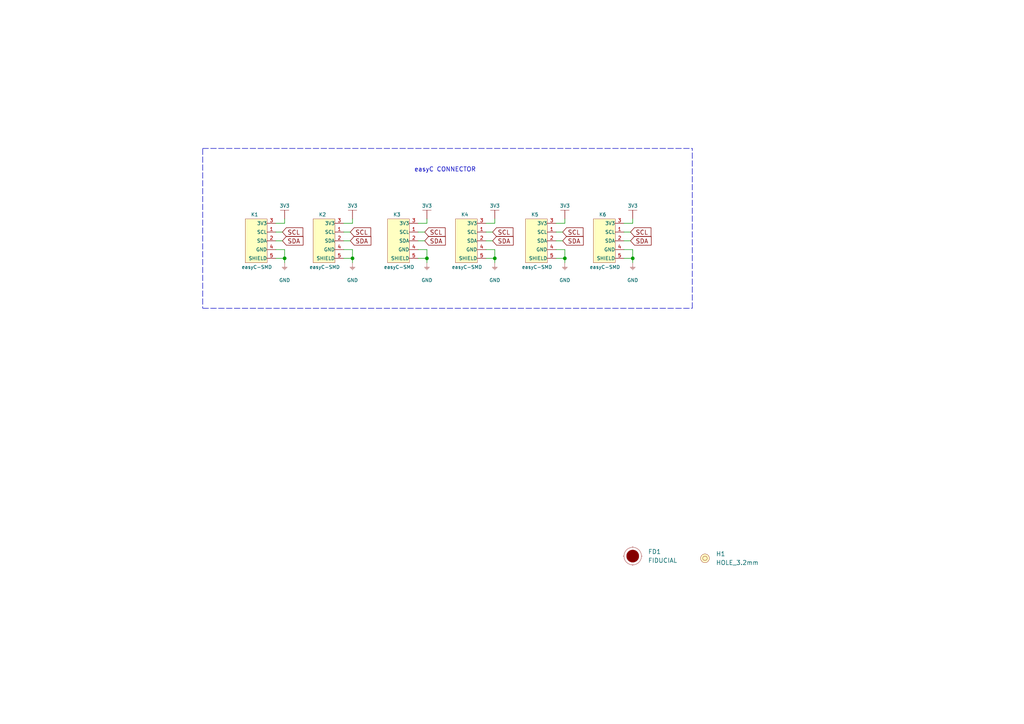
<source format=kicad_sch>
(kicad_sch (version 20210621) (generator eeschema)

  (uuid 03098bf5-0830-4a84-b080-eceef1400770)

  (paper "A4")

  (title_block
    (title "easyC hub")
    (date "2021-07-20")
    (rev "V1.0.0.")
    (company "SOLDERED")
    (comment 1 "333043")
  )

  (lib_symbols
    (symbol "e-radionica.com schematics:3V3" (power) (pin_names (offset 0)) (in_bom yes) (on_board yes)
      (property "Reference" "#PWR" (id 0) (at 4.445 0 0)
        (effects (font (size 1 1)) hide)
      )
      (property "Value" "3V3" (id 1) (at 0 3.556 0)
        (effects (font (size 1 1)))
      )
      (property "Footprint" "" (id 2) (at 4.445 3.81 0)
        (effects (font (size 1 1)) hide)
      )
      (property "Datasheet" "" (id 3) (at 4.445 3.81 0)
        (effects (font (size 1 1)) hide)
      )
      (property "ki_keywords" "power-flag" (id 4) (at 0 0 0)
        (effects (font (size 1.27 1.27)) hide)
      )
      (property "ki_description" "Power symbol creates a global label with name \"3V3\"" (id 5) (at 0 0 0)
        (effects (font (size 1.27 1.27)) hide)
      )
      (symbol "3V3_0_1"
        (polyline
          (pts
            (xy -1.27 2.54)
            (xy 1.27 2.54)
          )
          (stroke (width 0.0006)) (fill (type none))
        )
        (polyline
          (pts
            (xy 0 0)
            (xy 0 2.54)
          )
          (stroke (width 0)) (fill (type none))
        )
      )
      (symbol "3V3_1_1"
        (pin power_in line (at 0 0 90) (length 0) hide
          (name "3V3" (effects (font (size 1.27 1.27))))
          (number "1" (effects (font (size 1.27 1.27))))
        )
      )
    )
    (symbol "e-radionica.com schematics:FIDUCIAL" (in_bom no) (on_board yes)
      (property "Reference" "FD" (id 0) (at 0 3.81 0)
        (effects (font (size 1.27 1.27)))
      )
      (property "Value" "FIDUCIAL" (id 1) (at 0 -3.81 0)
        (effects (font (size 1.27 1.27)))
      )
      (property "Footprint" "e-radionica.com footprinti:FIDUCIAL_23" (id 2) (at 0.254 -5.334 0)
        (effects (font (size 1.27 1.27)) hide)
      )
      (property "Datasheet" "" (id 3) (at 0 0 0)
        (effects (font (size 1.27 1.27)) hide)
      )
      (symbol "FIDUCIAL_0_1"
        (circle (center 0 0) (radius 2.54) (stroke (width 0.0006)) (fill (type none)))
        (circle (center 0 0) (radius 1.7961) (stroke (width 0.001)) (fill (type outline)))
        (polyline
          (pts
            (xy -2.54 0)
            (xy -2.794 0)
          )
          (stroke (width 0.0006)) (fill (type none))
        )
        (polyline
          (pts
            (xy 0 -2.54)
            (xy 0 -2.794)
          )
          (stroke (width 0.0006)) (fill (type none))
        )
        (polyline
          (pts
            (xy 0 2.54)
            (xy 0 2.794)
          )
          (stroke (width 0.0006)) (fill (type none))
        )
        (polyline
          (pts
            (xy 2.54 0)
            (xy 2.794 0)
          )
          (stroke (width 0.0006)) (fill (type none))
        )
      )
    )
    (symbol "e-radionica.com schematics:GND" (power) (pin_names (offset 0)) (in_bom yes) (on_board yes)
      (property "Reference" "#PWR" (id 0) (at 4.445 0 0)
        (effects (font (size 1 1)) hide)
      )
      (property "Value" "GND" (id 1) (at 0 -2.921 0)
        (effects (font (size 1 1)))
      )
      (property "Footprint" "" (id 2) (at 4.445 3.81 0)
        (effects (font (size 1 1)) hide)
      )
      (property "Datasheet" "" (id 3) (at 4.445 3.81 0)
        (effects (font (size 1 1)) hide)
      )
      (property "ki_keywords" "power-flag" (id 4) (at 0 0 0)
        (effects (font (size 1.27 1.27)) hide)
      )
      (property "ki_description" "Power symbol creates a global label with name \"GND\"" (id 5) (at 0 0 0)
        (effects (font (size 1.27 1.27)) hide)
      )
      (symbol "GND_0_1"
        (polyline
          (pts
            (xy -0.762 -1.27)
            (xy 0.762 -1.27)
          )
          (stroke (width 0.0006)) (fill (type none))
        )
        (polyline
          (pts
            (xy -0.635 -1.524)
            (xy 0.635 -1.524)
          )
          (stroke (width 0.0006)) (fill (type none))
        )
        (polyline
          (pts
            (xy -0.381 -1.778)
            (xy 0.381 -1.778)
          )
          (stroke (width 0.0006)) (fill (type none))
        )
        (polyline
          (pts
            (xy -0.127 -2.032)
            (xy 0.127 -2.032)
          )
          (stroke (width 0.0006)) (fill (type none))
        )
        (polyline
          (pts
            (xy 0 0)
            (xy 0 -1.27)
          )
          (stroke (width 0.0006)) (fill (type none))
        )
      )
      (symbol "GND_1_1"
        (pin power_in line (at 0 0 270) (length 0) hide
          (name "GND" (effects (font (size 1.27 1.27))))
          (number "1" (effects (font (size 1.27 1.27))))
        )
      )
    )
    (symbol "e-radionica.com schematics:HOLE_3.2mm" (pin_numbers hide) (pin_names hide) (in_bom yes) (on_board yes)
      (property "Reference" "H" (id 0) (at 0 2.54 0)
        (effects (font (size 1.27 1.27)))
      )
      (property "Value" "HOLE_3.2mm" (id 1) (at 0 -2.54 0)
        (effects (font (size 1.27 1.27)))
      )
      (property "Footprint" "e-radionica.com footprinti:HOLE_3.2mm" (id 2) (at 0 0 0)
        (effects (font (size 1.27 1.27)) hide)
      )
      (property "Datasheet" "" (id 3) (at 0 0 0)
        (effects (font (size 1.27 1.27)) hide)
      )
      (symbol "HOLE_3.2mm_0_1"
        (circle (center 0 0) (radius 0.635) (stroke (width 0.0006)) (fill (type none)))
        (circle (center 0 0) (radius 1.27) (stroke (width 0.001)) (fill (type background)))
      )
    )
    (symbol "e-radionica.com schematics:easyC-SMD" (pin_names (offset 0.002)) (in_bom yes) (on_board yes)
      (property "Reference" "K" (id 0) (at -2.54 10.16 0)
        (effects (font (size 1 1)))
      )
      (property "Value" "easyC-SMD" (id 1) (at 0 -5.08 0)
        (effects (font (size 1 1)))
      )
      (property "Footprint" "e-radionica.com footprinti:easyC-connector" (id 2) (at 3.175 2.54 0)
        (effects (font (size 1 1)) hide)
      )
      (property "Datasheet" "" (id 3) (at 3.175 2.54 0)
        (effects (font (size 1 1)) hide)
      )
      (symbol "easyC-SMD_0_1"
        (rectangle (start -3.175 8.89) (end 3.175 -3.81)
          (stroke (width 0.001)) (fill (type background))
        )
      )
      (symbol "easyC-SMD_1_1"
        (pin passive line (at 5.715 5.08 180) (length 2.54)
          (name "SCL" (effects (font (size 1 1))))
          (number "1" (effects (font (size 1 1))))
        )
        (pin passive line (at 5.715 2.54 180) (length 2.54)
          (name "SDA" (effects (font (size 1 1))))
          (number "2" (effects (font (size 1 1))))
        )
        (pin passive line (at 5.715 7.62 180) (length 2.54)
          (name "3V3" (effects (font (size 1 1))))
          (number "3" (effects (font (size 1 1))))
        )
        (pin passive line (at 5.715 0 180) (length 2.54)
          (name "GND" (effects (font (size 1 1))))
          (number "4" (effects (font (size 1 1))))
        )
        (pin passive line (at 5.715 -2.54 180) (length 2.54)
          (name "SHIELD" (effects (font (size 1 1))))
          (number "5" (effects (font (size 1 1))))
        )
      )
    )
  )

  (junction (at 82.55 74.93) (diameter 0.9144) (color 0 0 0 0))
  (junction (at 102.235 74.93) (diameter 0.9144) (color 0 0 0 0))
  (junction (at 123.825 74.93) (diameter 0.9144) (color 0 0 0 0))
  (junction (at 143.51 74.93) (diameter 0.9144) (color 0 0 0 0))
  (junction (at 163.83 74.93) (diameter 0.9144) (color 0 0 0 0))
  (junction (at 183.515 74.93) (diameter 0.9144) (color 0 0 0 0))

  (wire (pts (xy 80.01 64.77) (xy 82.55 64.77))
    (stroke (width 0) (type solid) (color 0 0 0 0))
    (uuid 6a8fe0e8-50ff-4570-9c65-2ed1355b2007)
  )
  (wire (pts (xy 80.01 67.31) (xy 81.915 67.31))
    (stroke (width 0) (type solid) (color 0 0 0 0))
    (uuid 99cf069a-652a-4528-ae8c-b44167c84df6)
  )
  (wire (pts (xy 80.01 69.85) (xy 81.915 69.85))
    (stroke (width 0) (type solid) (color 0 0 0 0))
    (uuid 932edf57-d25a-45d9-8538-175b1471a7af)
  )
  (wire (pts (xy 80.01 72.39) (xy 82.55 72.39))
    (stroke (width 0) (type solid) (color 0 0 0 0))
    (uuid 98a4fbaf-c5ec-4b93-8970-4f24e99c6dfe)
  )
  (wire (pts (xy 80.01 74.93) (xy 82.55 74.93))
    (stroke (width 0) (type solid) (color 0 0 0 0))
    (uuid 82e8877b-ec23-4f02-9408-e809d58f1bff)
  )
  (wire (pts (xy 82.55 64.77) (xy 82.55 63.5))
    (stroke (width 0) (type solid) (color 0 0 0 0))
    (uuid 6a8fe0e8-50ff-4570-9c65-2ed1355b2007)
  )
  (wire (pts (xy 82.55 72.39) (xy 82.55 74.93))
    (stroke (width 0) (type solid) (color 0 0 0 0))
    (uuid 98a4fbaf-c5ec-4b93-8970-4f24e99c6dfe)
  )
  (wire (pts (xy 82.55 74.93) (xy 82.55 76.2))
    (stroke (width 0) (type solid) (color 0 0 0 0))
    (uuid 98a4fbaf-c5ec-4b93-8970-4f24e99c6dfe)
  )
  (wire (pts (xy 99.695 64.77) (xy 102.235 64.77))
    (stroke (width 0) (type solid) (color 0 0 0 0))
    (uuid 2092e98a-fd8a-4933-82e7-2beeb26564b9)
  )
  (wire (pts (xy 99.695 67.31) (xy 101.6 67.31))
    (stroke (width 0) (type solid) (color 0 0 0 0))
    (uuid a57ac108-66a4-4763-869e-9273c4a03a51)
  )
  (wire (pts (xy 99.695 69.85) (xy 101.6 69.85))
    (stroke (width 0) (type solid) (color 0 0 0 0))
    (uuid ae0fd141-5583-4dc0-b2dd-8a7ba2185f67)
  )
  (wire (pts (xy 99.695 72.39) (xy 102.235 72.39))
    (stroke (width 0) (type solid) (color 0 0 0 0))
    (uuid 368742e6-ee4f-4825-bdaa-3d625b24c650)
  )
  (wire (pts (xy 99.695 74.93) (xy 102.235 74.93))
    (stroke (width 0) (type solid) (color 0 0 0 0))
    (uuid 1cc8c111-916a-4139-9af2-921c81b86f45)
  )
  (wire (pts (xy 102.235 64.77) (xy 102.235 63.5))
    (stroke (width 0) (type solid) (color 0 0 0 0))
    (uuid d80e69dd-52e3-41d9-b0db-8fdf7ad8d977)
  )
  (wire (pts (xy 102.235 72.39) (xy 102.235 74.93))
    (stroke (width 0) (type solid) (color 0 0 0 0))
    (uuid 00120a8b-2766-4bc8-a1da-1e04e559685b)
  )
  (wire (pts (xy 102.235 74.93) (xy 102.235 76.2))
    (stroke (width 0) (type solid) (color 0 0 0 0))
    (uuid 1fe5a348-dc34-4dca-86c8-b8981ee0bdff)
  )
  (wire (pts (xy 121.285 64.77) (xy 123.825 64.77))
    (stroke (width 0) (type solid) (color 0 0 0 0))
    (uuid 1cf7e75a-d542-4073-87bf-55ce5c82b878)
  )
  (wire (pts (xy 121.285 67.31) (xy 123.19 67.31))
    (stroke (width 0) (type solid) (color 0 0 0 0))
    (uuid e05d0a79-1c24-410d-abfe-6a14ccf0245f)
  )
  (wire (pts (xy 121.285 69.85) (xy 123.19 69.85))
    (stroke (width 0) (type solid) (color 0 0 0 0))
    (uuid bfe78a5c-ce2d-4c98-b2e1-1e65798a437f)
  )
  (wire (pts (xy 121.285 72.39) (xy 123.825 72.39))
    (stroke (width 0) (type solid) (color 0 0 0 0))
    (uuid ac9c4ee1-ee12-428e-8d26-088961596548)
  )
  (wire (pts (xy 121.285 74.93) (xy 123.825 74.93))
    (stroke (width 0) (type solid) (color 0 0 0 0))
    (uuid c9dc7973-3835-47d0-b486-8d6a91b2e953)
  )
  (wire (pts (xy 123.825 64.77) (xy 123.825 63.5))
    (stroke (width 0) (type solid) (color 0 0 0 0))
    (uuid 27d6e107-6b39-4556-9fbd-c11a3a591e4d)
  )
  (wire (pts (xy 123.825 72.39) (xy 123.825 74.93))
    (stroke (width 0) (type solid) (color 0 0 0 0))
    (uuid 7476191f-957d-4c5d-beca-3b914e33ae39)
  )
  (wire (pts (xy 123.825 74.93) (xy 123.825 76.2))
    (stroke (width 0) (type solid) (color 0 0 0 0))
    (uuid 4979f71a-ba43-48e8-a1d9-d83925af833f)
  )
  (wire (pts (xy 140.97 64.77) (xy 143.51 64.77))
    (stroke (width 0) (type solid) (color 0 0 0 0))
    (uuid 9479523c-e6f7-4d8c-9389-68b43274b819)
  )
  (wire (pts (xy 140.97 67.31) (xy 142.875 67.31))
    (stroke (width 0) (type solid) (color 0 0 0 0))
    (uuid 9f07e50b-413d-4359-bfe8-0fa20f1f84d2)
  )
  (wire (pts (xy 140.97 69.85) (xy 142.875 69.85))
    (stroke (width 0) (type solid) (color 0 0 0 0))
    (uuid b2773d90-5b3e-486f-ac96-3b34445fe6d0)
  )
  (wire (pts (xy 140.97 72.39) (xy 143.51 72.39))
    (stroke (width 0) (type solid) (color 0 0 0 0))
    (uuid 376220d8-a7b8-40fe-a60d-f8630e0ff853)
  )
  (wire (pts (xy 140.97 74.93) (xy 143.51 74.93))
    (stroke (width 0) (type solid) (color 0 0 0 0))
    (uuid fa6a3436-2dad-455d-8674-18b9f4409e7c)
  )
  (wire (pts (xy 143.51 64.77) (xy 143.51 63.5))
    (stroke (width 0) (type solid) (color 0 0 0 0))
    (uuid 5d73900f-4597-4a2a-9d4f-cb52e400edcb)
  )
  (wire (pts (xy 143.51 72.39) (xy 143.51 74.93))
    (stroke (width 0) (type solid) (color 0 0 0 0))
    (uuid 8ff3bec2-321e-445f-91bd-a6815862be5e)
  )
  (wire (pts (xy 143.51 74.93) (xy 143.51 76.2))
    (stroke (width 0) (type solid) (color 0 0 0 0))
    (uuid 5a731c22-f4b6-47d7-a566-353c7f291b94)
  )
  (wire (pts (xy 161.29 64.77) (xy 163.83 64.77))
    (stroke (width 0) (type solid) (color 0 0 0 0))
    (uuid 5ca7d122-b87d-4f48-bf55-36fdd038e834)
  )
  (wire (pts (xy 161.29 67.31) (xy 163.195 67.31))
    (stroke (width 0) (type solid) (color 0 0 0 0))
    (uuid 1062fd6d-2f5e-41f9-8af1-36b7ee6a34b4)
  )
  (wire (pts (xy 161.29 69.85) (xy 163.195 69.85))
    (stroke (width 0) (type solid) (color 0 0 0 0))
    (uuid 8b2ae2b4-8dff-48f9-862d-61d2ca0d4e89)
  )
  (wire (pts (xy 161.29 72.39) (xy 163.83 72.39))
    (stroke (width 0) (type solid) (color 0 0 0 0))
    (uuid df9de8ee-488f-459a-97c8-8341c925fc46)
  )
  (wire (pts (xy 161.29 74.93) (xy 163.83 74.93))
    (stroke (width 0) (type solid) (color 0 0 0 0))
    (uuid 828c4383-86fb-4e99-8afd-27e127e67d37)
  )
  (wire (pts (xy 163.83 64.77) (xy 163.83 63.5))
    (stroke (width 0) (type solid) (color 0 0 0 0))
    (uuid d7f9456f-d31f-4b0f-8198-6f77bf312fe2)
  )
  (wire (pts (xy 163.83 72.39) (xy 163.83 74.93))
    (stroke (width 0) (type solid) (color 0 0 0 0))
    (uuid 917f1e7c-7488-4bd7-aa3f-c86814337211)
  )
  (wire (pts (xy 163.83 74.93) (xy 163.83 76.2))
    (stroke (width 0) (type solid) (color 0 0 0 0))
    (uuid e44aea92-98a8-45f6-a24b-b24724679c7f)
  )
  (wire (pts (xy 180.975 64.77) (xy 183.515 64.77))
    (stroke (width 0) (type solid) (color 0 0 0 0))
    (uuid 4f221f27-0f8c-4f47-94c7-9bcae7b8b039)
  )
  (wire (pts (xy 180.975 67.31) (xy 182.88 67.31))
    (stroke (width 0) (type solid) (color 0 0 0 0))
    (uuid 65ca6a5f-f91c-42dc-a1cc-d77a49864d95)
  )
  (wire (pts (xy 180.975 69.85) (xy 182.88 69.85))
    (stroke (width 0) (type solid) (color 0 0 0 0))
    (uuid 73764fb0-8121-480e-b87f-f22cae8ccdfc)
  )
  (wire (pts (xy 180.975 72.39) (xy 183.515 72.39))
    (stroke (width 0) (type solid) (color 0 0 0 0))
    (uuid 2848035d-e76b-42ba-b344-1fa6ef17804f)
  )
  (wire (pts (xy 180.975 74.93) (xy 183.515 74.93))
    (stroke (width 0) (type solid) (color 0 0 0 0))
    (uuid 6015366e-aa7a-441c-a6a4-247b163b70b6)
  )
  (wire (pts (xy 183.515 64.77) (xy 183.515 63.5))
    (stroke (width 0) (type solid) (color 0 0 0 0))
    (uuid bf705f43-6909-4fb3-8206-44ece47af482)
  )
  (wire (pts (xy 183.515 72.39) (xy 183.515 74.93))
    (stroke (width 0) (type solid) (color 0 0 0 0))
    (uuid 410afe0d-6a2b-4db1-8194-ec2b94af3e1a)
  )
  (wire (pts (xy 183.515 74.93) (xy 183.515 76.2))
    (stroke (width 0) (type solid) (color 0 0 0 0))
    (uuid f8832ff9-d355-46c3-9b24-1803f8ea411e)
  )
  (polyline (pts (xy 58.801 43.053) (xy 200.787 43.053))
    (stroke (width 0) (type dash) (color 0 0 0 0))
    (uuid 05afdce3-88a6-4caf-9bf5-a65ffff6e53d)
  )
  (polyline (pts (xy 58.801 43.18) (xy 58.801 89.408))
    (stroke (width 0) (type dash) (color 0 0 0 0))
    (uuid 05afdce3-88a6-4caf-9bf5-a65ffff6e53d)
  )
  (polyline (pts (xy 58.801 89.408) (xy 200.787 89.408))
    (stroke (width 0) (type dash) (color 0 0 0 0))
    (uuid 05afdce3-88a6-4caf-9bf5-a65ffff6e53d)
  )
  (polyline (pts (xy 200.787 89.408) (xy 200.787 43.053))
    (stroke (width 0) (type dash) (color 0 0 0 0))
    (uuid 05afdce3-88a6-4caf-9bf5-a65ffff6e53d)
  )

  (text "easyC CONNECTOR" (at 120.142 50.038 0)
    (effects (font (size 1.27 1.27)) (justify left bottom))
    (uuid af9a744e-b95a-476a-a35e-b0f5579e5389)
  )

  (global_label "SCL" (shape input) (at 81.915 67.31 0) (fields_autoplaced)
    (effects (font (size 1.27 1.27)) (justify left))
    (uuid 13257030-4c6f-4a63-9852-98a7bb117871)
    (property "Intersheet References" "${INTERSHEET_REFS}" (id 0) (at 87.8357 67.2306 0)
      (effects (font (size 1.27 1.27)) (justify left) hide)
    )
  )
  (global_label "SDA" (shape input) (at 81.915 69.85 0) (fields_autoplaced)
    (effects (font (size 1.27 1.27)) (justify left))
    (uuid d5c7c044-3438-4fc3-bdfa-d4bb12c50ca6)
    (property "Intersheet References" "${INTERSHEET_REFS}" (id 0) (at 87.8962 69.7706 0)
      (effects (font (size 1.27 1.27)) (justify left) hide)
    )
  )
  (global_label "SCL" (shape input) (at 101.6 67.31 0) (fields_autoplaced)
    (effects (font (size 1.27 1.27)) (justify left))
    (uuid bc10c4cf-1afd-4f72-bbff-5e2edd150e92)
    (property "Intersheet References" "${INTERSHEET_REFS}" (id 0) (at 107.5207 67.2306 0)
      (effects (font (size 1.27 1.27)) (justify left) hide)
    )
  )
  (global_label "SDA" (shape input) (at 101.6 69.85 0) (fields_autoplaced)
    (effects (font (size 1.27 1.27)) (justify left))
    (uuid 0e195e6d-5b8c-4529-81ae-4788c2cd37ca)
    (property "Intersheet References" "${INTERSHEET_REFS}" (id 0) (at 107.5812 69.7706 0)
      (effects (font (size 1.27 1.27)) (justify left) hide)
    )
  )
  (global_label "SCL" (shape input) (at 123.19 67.31 0) (fields_autoplaced)
    (effects (font (size 1.27 1.27)) (justify left))
    (uuid 9214ff5b-5f39-4e2c-b1fb-d129a5facb9f)
    (property "Intersheet References" "${INTERSHEET_REFS}" (id 0) (at 129.1107 67.2306 0)
      (effects (font (size 1.27 1.27)) (justify left) hide)
    )
  )
  (global_label "SDA" (shape input) (at 123.19 69.85 0) (fields_autoplaced)
    (effects (font (size 1.27 1.27)) (justify left))
    (uuid 2de082fb-ae9d-4dcf-a991-5073581d6530)
    (property "Intersheet References" "${INTERSHEET_REFS}" (id 0) (at 129.1712 69.7706 0)
      (effects (font (size 1.27 1.27)) (justify left) hide)
    )
  )
  (global_label "SCL" (shape input) (at 142.875 67.31 0) (fields_autoplaced)
    (effects (font (size 1.27 1.27)) (justify left))
    (uuid 95334350-0295-4a45-ad7b-c8e768970341)
    (property "Intersheet References" "${INTERSHEET_REFS}" (id 0) (at 148.7957 67.2306 0)
      (effects (font (size 1.27 1.27)) (justify left) hide)
    )
  )
  (global_label "SDA" (shape input) (at 142.875 69.85 0) (fields_autoplaced)
    (effects (font (size 1.27 1.27)) (justify left))
    (uuid d0cd4da3-ac2d-465f-b304-f19547dc5eae)
    (property "Intersheet References" "${INTERSHEET_REFS}" (id 0) (at 148.8562 69.7706 0)
      (effects (font (size 1.27 1.27)) (justify left) hide)
    )
  )
  (global_label "SCL" (shape input) (at 163.195 67.31 0) (fields_autoplaced)
    (effects (font (size 1.27 1.27)) (justify left))
    (uuid 6dc5393a-669e-47d3-b93c-9303ec7dcdf0)
    (property "Intersheet References" "${INTERSHEET_REFS}" (id 0) (at 169.1157 67.2306 0)
      (effects (font (size 1.27 1.27)) (justify left) hide)
    )
  )
  (global_label "SDA" (shape input) (at 163.195 69.85 0) (fields_autoplaced)
    (effects (font (size 1.27 1.27)) (justify left))
    (uuid 42536caa-8dcb-480a-8280-36ed8256dbe2)
    (property "Intersheet References" "${INTERSHEET_REFS}" (id 0) (at 169.1762 69.7706 0)
      (effects (font (size 1.27 1.27)) (justify left) hide)
    )
  )
  (global_label "SCL" (shape input) (at 182.88 67.31 0) (fields_autoplaced)
    (effects (font (size 1.27 1.27)) (justify left))
    (uuid a2234404-06fc-4c77-b423-63f1dd173f94)
    (property "Intersheet References" "${INTERSHEET_REFS}" (id 0) (at 188.8007 67.2306 0)
      (effects (font (size 1.27 1.27)) (justify left) hide)
    )
  )
  (global_label "SDA" (shape input) (at 182.88 69.85 0) (fields_autoplaced)
    (effects (font (size 1.27 1.27)) (justify left))
    (uuid 99b3a635-8561-4ac7-ad4d-6573fad53231)
    (property "Intersheet References" "${INTERSHEET_REFS}" (id 0) (at 188.8612 69.7706 0)
      (effects (font (size 1.27 1.27)) (justify left) hide)
    )
  )

  (symbol (lib_id "e-radionica.com schematics:GND") (at 82.55 76.2 0) (unit 1)
    (in_bom yes) (on_board yes) (fields_autoplaced)
    (uuid f2d33637-63db-43c8-9ffe-84ad3ae27d41)
    (property "Reference" "#PWR0104" (id 0) (at 86.995 76.2 0)
      (effects (font (size 1 1)) hide)
    )
    (property "Value" "GND" (id 1) (at 82.55 81.28 0)
      (effects (font (size 1 1)))
    )
    (property "Footprint" "" (id 2) (at 86.995 72.39 0)
      (effects (font (size 1 1)) hide)
    )
    (property "Datasheet" "" (id 3) (at 86.995 72.39 0)
      (effects (font (size 1 1)) hide)
    )
    (pin "1" (uuid cfc25d1f-8db4-452b-9481-7f50845d725f))
  )

  (symbol (lib_id "e-radionica.com schematics:GND") (at 102.235 76.2 0) (unit 1)
    (in_bom yes) (on_board yes) (fields_autoplaced)
    (uuid e251c46d-cea9-48a9-926e-69a481708d48)
    (property "Reference" "#PWR0105" (id 0) (at 106.68 76.2 0)
      (effects (font (size 1 1)) hide)
    )
    (property "Value" "GND" (id 1) (at 102.235 81.28 0)
      (effects (font (size 1 1)))
    )
    (property "Footprint" "" (id 2) (at 106.68 72.39 0)
      (effects (font (size 1 1)) hide)
    )
    (property "Datasheet" "" (id 3) (at 106.68 72.39 0)
      (effects (font (size 1 1)) hide)
    )
    (pin "1" (uuid e3e6f14d-433b-4654-b9bc-29782a976981))
  )

  (symbol (lib_id "e-radionica.com schematics:GND") (at 123.825 76.2 0) (unit 1)
    (in_bom yes) (on_board yes) (fields_autoplaced)
    (uuid 8aa8cec7-09bd-4fbd-a3b1-85b52ad13d4b)
    (property "Reference" "#PWR0106" (id 0) (at 128.27 76.2 0)
      (effects (font (size 1 1)) hide)
    )
    (property "Value" "GND" (id 1) (at 123.825 81.28 0)
      (effects (font (size 1 1)))
    )
    (property "Footprint" "" (id 2) (at 128.27 72.39 0)
      (effects (font (size 1 1)) hide)
    )
    (property "Datasheet" "" (id 3) (at 128.27 72.39 0)
      (effects (font (size 1 1)) hide)
    )
    (pin "1" (uuid c5a86a42-4641-4478-afe5-70f77b99fb97))
  )

  (symbol (lib_id "e-radionica.com schematics:GND") (at 143.51 76.2 0) (unit 1)
    (in_bom yes) (on_board yes) (fields_autoplaced)
    (uuid 86b1a2d3-b222-4172-bb87-0c62200c2742)
    (property "Reference" "#PWR0108" (id 0) (at 147.955 76.2 0)
      (effects (font (size 1 1)) hide)
    )
    (property "Value" "GND" (id 1) (at 143.51 81.28 0)
      (effects (font (size 1 1)))
    )
    (property "Footprint" "" (id 2) (at 147.955 72.39 0)
      (effects (font (size 1 1)) hide)
    )
    (property "Datasheet" "" (id 3) (at 147.955 72.39 0)
      (effects (font (size 1 1)) hide)
    )
    (pin "1" (uuid 7334273b-aeef-4400-baf2-e5e925e48d87))
  )

  (symbol (lib_id "e-radionica.com schematics:GND") (at 163.83 76.2 0) (unit 1)
    (in_bom yes) (on_board yes) (fields_autoplaced)
    (uuid 91e158c1-a2a5-410d-8b45-32fa55a7b436)
    (property "Reference" "#PWR0109" (id 0) (at 168.275 76.2 0)
      (effects (font (size 1 1)) hide)
    )
    (property "Value" "GND" (id 1) (at 163.83 81.28 0)
      (effects (font (size 1 1)))
    )
    (property "Footprint" "" (id 2) (at 168.275 72.39 0)
      (effects (font (size 1 1)) hide)
    )
    (property "Datasheet" "" (id 3) (at 168.275 72.39 0)
      (effects (font (size 1 1)) hide)
    )
    (pin "1" (uuid 11f2e06f-05e5-4983-810e-ad2db1ef254c))
  )

  (symbol (lib_id "e-radionica.com schematics:GND") (at 183.515 76.2 0) (unit 1)
    (in_bom yes) (on_board yes) (fields_autoplaced)
    (uuid a702ced4-9db9-440d-91e9-5ac12b46c573)
    (property "Reference" "#PWR0110" (id 0) (at 187.96 76.2 0)
      (effects (font (size 1 1)) hide)
    )
    (property "Value" "GND" (id 1) (at 183.515 81.28 0)
      (effects (font (size 1 1)))
    )
    (property "Footprint" "" (id 2) (at 187.96 72.39 0)
      (effects (font (size 1 1)) hide)
    )
    (property "Datasheet" "" (id 3) (at 187.96 72.39 0)
      (effects (font (size 1 1)) hide)
    )
    (pin "1" (uuid 1207f5cd-ccff-40ee-a9ea-ddc22da4dfad))
  )

  (symbol (lib_id "e-radionica.com schematics:HOLE_3.2mm") (at 204.47 161.925 0) (unit 1)
    (in_bom yes) (on_board yes) (fields_autoplaced)
    (uuid 6890e359-4fb5-42c4-89e9-72f9c8716367)
    (property "Reference" "H1" (id 0) (at 207.645 160.6549 0)
      (effects (font (size 1.27 1.27)) (justify left))
    )
    (property "Value" "HOLE_3.2mm" (id 1) (at 207.645 163.1949 0)
      (effects (font (size 1.27 1.27)) (justify left))
    )
    (property "Footprint" "e-radionica.com footprinti:HOLE_3.2mm" (id 2) (at 204.47 161.925 0)
      (effects (font (size 1.27 1.27)) hide)
    )
    (property "Datasheet" "" (id 3) (at 204.47 161.925 0)
      (effects (font (size 1.27 1.27)) hide)
    )
  )

  (symbol (lib_id "e-radionica.com schematics:3V3") (at 82.55 63.5 0) (unit 1)
    (in_bom yes) (on_board yes) (fields_autoplaced)
    (uuid 046b9a45-62c2-461c-bfb8-97c710201424)
    (property "Reference" "#PWR0103" (id 0) (at 86.995 63.5 0)
      (effects (font (size 1 1)) hide)
    )
    (property "Value" "3V3" (id 1) (at 82.55 59.69 0)
      (effects (font (size 1 1)))
    )
    (property "Footprint" "" (id 2) (at 86.995 59.69 0)
      (effects (font (size 1 1)) hide)
    )
    (property "Datasheet" "" (id 3) (at 86.995 59.69 0)
      (effects (font (size 1 1)) hide)
    )
    (pin "1" (uuid 59636af7-8b13-4ff3-83bb-606875bcb0f6))
  )

  (symbol (lib_id "e-radionica.com schematics:3V3") (at 102.235 63.5 0) (unit 1)
    (in_bom yes) (on_board yes) (fields_autoplaced)
    (uuid 5395637b-b75e-4afa-bf32-e7673fafbbf0)
    (property "Reference" "#PWR0101" (id 0) (at 106.68 63.5 0)
      (effects (font (size 1 1)) hide)
    )
    (property "Value" "3V3" (id 1) (at 102.235 59.69 0)
      (effects (font (size 1 1)))
    )
    (property "Footprint" "" (id 2) (at 106.68 59.69 0)
      (effects (font (size 1 1)) hide)
    )
    (property "Datasheet" "" (id 3) (at 106.68 59.69 0)
      (effects (font (size 1 1)) hide)
    )
    (pin "1" (uuid 5f1d916f-9282-4905-983a-c89ecf9dcb67))
  )

  (symbol (lib_id "e-radionica.com schematics:3V3") (at 123.825 63.5 0) (unit 1)
    (in_bom yes) (on_board yes) (fields_autoplaced)
    (uuid 2d0e0984-5e7d-4954-b65a-dd0facc03ce3)
    (property "Reference" "#PWR0102" (id 0) (at 128.27 63.5 0)
      (effects (font (size 1 1)) hide)
    )
    (property "Value" "3V3" (id 1) (at 123.825 59.69 0)
      (effects (font (size 1 1)))
    )
    (property "Footprint" "" (id 2) (at 128.27 59.69 0)
      (effects (font (size 1 1)) hide)
    )
    (property "Datasheet" "" (id 3) (at 128.27 59.69 0)
      (effects (font (size 1 1)) hide)
    )
    (pin "1" (uuid e7106409-bba4-44b8-bb12-627253bda428))
  )

  (symbol (lib_id "e-radionica.com schematics:3V3") (at 143.51 63.5 0) (unit 1)
    (in_bom yes) (on_board yes) (fields_autoplaced)
    (uuid 1cb5cd2f-72de-4d5f-89e6-47ce34e111a9)
    (property "Reference" "#PWR0107" (id 0) (at 147.955 63.5 0)
      (effects (font (size 1 1)) hide)
    )
    (property "Value" "3V3" (id 1) (at 143.51 59.69 0)
      (effects (font (size 1 1)))
    )
    (property "Footprint" "" (id 2) (at 147.955 59.69 0)
      (effects (font (size 1 1)) hide)
    )
    (property "Datasheet" "" (id 3) (at 147.955 59.69 0)
      (effects (font (size 1 1)) hide)
    )
    (pin "1" (uuid 18082795-3fbc-470a-864c-8e83bba36ef9))
  )

  (symbol (lib_id "e-radionica.com schematics:3V3") (at 163.83 63.5 0) (unit 1)
    (in_bom yes) (on_board yes) (fields_autoplaced)
    (uuid 8d493625-e138-4dab-b029-31cd8a0dee7b)
    (property "Reference" "#PWR0111" (id 0) (at 168.275 63.5 0)
      (effects (font (size 1 1)) hide)
    )
    (property "Value" "3V3" (id 1) (at 163.83 59.69 0)
      (effects (font (size 1 1)))
    )
    (property "Footprint" "" (id 2) (at 168.275 59.69 0)
      (effects (font (size 1 1)) hide)
    )
    (property "Datasheet" "" (id 3) (at 168.275 59.69 0)
      (effects (font (size 1 1)) hide)
    )
    (pin "1" (uuid f51b773e-d342-4f95-8524-380c0c8b1ef3))
  )

  (symbol (lib_id "e-radionica.com schematics:3V3") (at 183.515 63.5 0) (unit 1)
    (in_bom yes) (on_board yes) (fields_autoplaced)
    (uuid a91ab64f-91bb-40f5-919c-2dfb03e5e750)
    (property "Reference" "#PWR0112" (id 0) (at 187.96 63.5 0)
      (effects (font (size 1 1)) hide)
    )
    (property "Value" "3V3" (id 1) (at 183.515 59.69 0)
      (effects (font (size 1 1)))
    )
    (property "Footprint" "" (id 2) (at 187.96 59.69 0)
      (effects (font (size 1 1)) hide)
    )
    (property "Datasheet" "" (id 3) (at 187.96 59.69 0)
      (effects (font (size 1 1)) hide)
    )
    (pin "1" (uuid cf9d6e6c-e301-46e3-af9f-a672ad4c9d04))
  )

  (symbol (lib_id "e-radionica.com schematics:FIDUCIAL") (at 183.515 161.29 0) (unit 1)
    (in_bom no) (on_board yes) (fields_autoplaced)
    (uuid 456c2774-baf8-43b6-b510-0901cf47744e)
    (property "Reference" "FD1" (id 0) (at 187.96 160.0199 0)
      (effects (font (size 1.27 1.27)) (justify left))
    )
    (property "Value" "FIDUCIAL" (id 1) (at 187.96 162.5599 0)
      (effects (font (size 1.27 1.27)) (justify left))
    )
    (property "Footprint" "e-radionica.com footprinti:FIDUCIAL_23" (id 2) (at 183.769 166.624 0)
      (effects (font (size 1.27 1.27)) hide)
    )
    (property "Datasheet" "" (id 3) (at 183.515 161.29 0)
      (effects (font (size 1.27 1.27)) hide)
    )
  )

  (symbol (lib_id "e-radionica.com schematics:easyC-SMD") (at 74.295 72.39 0) (unit 1)
    (in_bom yes) (on_board yes)
    (uuid f36ce66a-41ee-49df-9d03-52859468da3f)
    (property "Reference" "K1" (id 0) (at 73.8502 62.23 0)
      (effects (font (size 1 1)))
    )
    (property "Value" "easyC-SMD" (id 1) (at 74.4852 77.47 0)
      (effects (font (size 1 1)))
    )
    (property "Footprint" "e-radionica.com footprinti:easyC-connector" (id 2) (at 77.47 69.85 0)
      (effects (font (size 1 1)) hide)
    )
    (property "Datasheet" "" (id 3) (at 77.47 69.85 0)
      (effects (font (size 1 1)) hide)
    )
    (pin "1" (uuid e92a7727-1340-4105-9b5c-e381c175f85f))
    (pin "2" (uuid b3fdd5bc-09d1-4c6e-86f9-15bb847c2a89))
    (pin "3" (uuid 3395663e-aa0d-434d-8a77-38123495e8af))
    (pin "4" (uuid 346672d7-ec16-4fde-a2fe-ce352ae4837d))
    (pin "5" (uuid 3276087f-d691-441f-abcf-d981b60be297))
  )

  (symbol (lib_id "e-radionica.com schematics:easyC-SMD") (at 93.98 72.39 0) (unit 1)
    (in_bom yes) (on_board yes)
    (uuid 64096f20-c3c3-4dd8-a695-e3d6a71ad16f)
    (property "Reference" "K2" (id 0) (at 93.5352 62.23 0)
      (effects (font (size 1 1)))
    )
    (property "Value" "easyC-SMD" (id 1) (at 94.1702 77.47 0)
      (effects (font (size 1 1)))
    )
    (property "Footprint" "e-radionica.com footprinti:easyC-connector" (id 2) (at 97.155 69.85 0)
      (effects (font (size 1 1)) hide)
    )
    (property "Datasheet" "" (id 3) (at 97.155 69.85 0)
      (effects (font (size 1 1)) hide)
    )
    (pin "1" (uuid 6c5e58a2-4836-4e16-9fa7-c4bf635cdb6b))
    (pin "2" (uuid d9a53a58-2e99-40c9-b516-173ddbf9181d))
    (pin "3" (uuid c4519246-7667-4940-b83b-cd676562add9))
    (pin "4" (uuid 6de18d93-a224-47cf-ae69-fdafa2d3ab91))
    (pin "5" (uuid f072b2c7-6f8f-4d70-b7e3-a53df0fd980c))
  )

  (symbol (lib_id "e-radionica.com schematics:easyC-SMD") (at 115.57 72.39 0) (unit 1)
    (in_bom yes) (on_board yes)
    (uuid 5f915484-bd10-42a4-bce6-dd0e42a115e5)
    (property "Reference" "K3" (id 0) (at 115.1252 62.23 0)
      (effects (font (size 1 1)))
    )
    (property "Value" "easyC-SMD" (id 1) (at 115.7602 77.47 0)
      (effects (font (size 1 1)))
    )
    (property "Footprint" "e-radionica.com footprinti:easyC-connector" (id 2) (at 118.745 69.85 0)
      (effects (font (size 1 1)) hide)
    )
    (property "Datasheet" "" (id 3) (at 118.745 69.85 0)
      (effects (font (size 1 1)) hide)
    )
    (pin "1" (uuid 031763e6-e23a-442c-a8ff-9f5e599950e6))
    (pin "2" (uuid 93766734-ab4e-40bc-b00c-d05d7d786dde))
    (pin "3" (uuid 13e8532b-b285-4e4c-8c7a-e46e63552f1e))
    (pin "4" (uuid f193a028-06db-4ad3-a340-badb3c02764b))
    (pin "5" (uuid 37ae7e26-f7b9-4ba4-abda-9f9167ad6a1d))
  )

  (symbol (lib_id "e-radionica.com schematics:easyC-SMD") (at 135.255 72.39 0) (unit 1)
    (in_bom yes) (on_board yes)
    (uuid d2e3539d-605d-47f7-bce9-e206bd4f98e6)
    (property "Reference" "K4" (id 0) (at 134.8102 62.23 0)
      (effects (font (size 1 1)))
    )
    (property "Value" "easyC-SMD" (id 1) (at 135.4452 77.47 0)
      (effects (font (size 1 1)))
    )
    (property "Footprint" "e-radionica.com footprinti:easyC-connector" (id 2) (at 138.43 69.85 0)
      (effects (font (size 1 1)) hide)
    )
    (property "Datasheet" "" (id 3) (at 138.43 69.85 0)
      (effects (font (size 1 1)) hide)
    )
    (pin "1" (uuid 6c12c798-aafb-42e3-8c3b-2f352a4e9073))
    (pin "2" (uuid 65215bcd-86fa-4b87-8f33-36ecb514b94c))
    (pin "3" (uuid 71391a3a-81ff-4c8c-b529-cce67de95b9d))
    (pin "4" (uuid 53de9263-f2f0-4727-b0aa-e99d389f789e))
    (pin "5" (uuid 19a6e439-38f1-4456-99ec-99b55609132f))
  )

  (symbol (lib_id "e-radionica.com schematics:easyC-SMD") (at 155.575 72.39 0) (unit 1)
    (in_bom yes) (on_board yes)
    (uuid 54d40bd2-9858-412f-bb15-118c1cf8901d)
    (property "Reference" "K5" (id 0) (at 155.1302 62.23 0)
      (effects (font (size 1 1)))
    )
    (property "Value" "easyC-SMD" (id 1) (at 155.7652 77.47 0)
      (effects (font (size 1 1)))
    )
    (property "Footprint" "e-radionica.com footprinti:easyC-connector" (id 2) (at 158.75 69.85 0)
      (effects (font (size 1 1)) hide)
    )
    (property "Datasheet" "" (id 3) (at 158.75 69.85 0)
      (effects (font (size 1 1)) hide)
    )
    (pin "1" (uuid 8f5e7f00-2fb7-4c10-a768-8cbdb0fc9218))
    (pin "2" (uuid 2e7e87f9-11e6-45d0-8e1d-0354ed386b28))
    (pin "3" (uuid 8fb37952-b203-438a-addf-3f3ada2407c5))
    (pin "4" (uuid ef5fe4be-9318-4bf7-bfda-d91401d4e567))
    (pin "5" (uuid 51efc241-5815-480a-95ee-c9076d06b064))
  )

  (symbol (lib_id "e-radionica.com schematics:easyC-SMD") (at 175.26 72.39 0) (unit 1)
    (in_bom yes) (on_board yes)
    (uuid 351bdc5b-aaee-47ed-a865-00f82a63172c)
    (property "Reference" "K6" (id 0) (at 174.8152 62.23 0)
      (effects (font (size 1 1)))
    )
    (property "Value" "easyC-SMD" (id 1) (at 175.4502 77.47 0)
      (effects (font (size 1 1)))
    )
    (property "Footprint" "e-radionica.com footprinti:easyC-connector" (id 2) (at 178.435 69.85 0)
      (effects (font (size 1 1)) hide)
    )
    (property "Datasheet" "" (id 3) (at 178.435 69.85 0)
      (effects (font (size 1 1)) hide)
    )
    (pin "1" (uuid e20f6c03-d242-4075-b797-325718f4baeb))
    (pin "2" (uuid b6f3d455-198a-4b60-9e34-f34b183398cc))
    (pin "3" (uuid 3ac4ff4e-b62e-48ae-8fa8-6b5b2d1e6dbc))
    (pin "4" (uuid 49ee67ce-4006-48f6-9d1e-baa456c8027b))
    (pin "5" (uuid 99c5c07d-c388-4b92-80bd-730057be84dc))
  )

  (sheet_instances
    (path "/" (page "1"))
  )

  (symbol_instances
    (path "/5395637b-b75e-4afa-bf32-e7673fafbbf0"
      (reference "#PWR0101") (unit 1) (value "3V3") (footprint "")
    )
    (path "/2d0e0984-5e7d-4954-b65a-dd0facc03ce3"
      (reference "#PWR0102") (unit 1) (value "3V3") (footprint "")
    )
    (path "/046b9a45-62c2-461c-bfb8-97c710201424"
      (reference "#PWR0103") (unit 1) (value "3V3") (footprint "")
    )
    (path "/f2d33637-63db-43c8-9ffe-84ad3ae27d41"
      (reference "#PWR0104") (unit 1) (value "GND") (footprint "")
    )
    (path "/e251c46d-cea9-48a9-926e-69a481708d48"
      (reference "#PWR0105") (unit 1) (value "GND") (footprint "")
    )
    (path "/8aa8cec7-09bd-4fbd-a3b1-85b52ad13d4b"
      (reference "#PWR0106") (unit 1) (value "GND") (footprint "")
    )
    (path "/1cb5cd2f-72de-4d5f-89e6-47ce34e111a9"
      (reference "#PWR0107") (unit 1) (value "3V3") (footprint "")
    )
    (path "/86b1a2d3-b222-4172-bb87-0c62200c2742"
      (reference "#PWR0108") (unit 1) (value "GND") (footprint "")
    )
    (path "/91e158c1-a2a5-410d-8b45-32fa55a7b436"
      (reference "#PWR0109") (unit 1) (value "GND") (footprint "")
    )
    (path "/a702ced4-9db9-440d-91e9-5ac12b46c573"
      (reference "#PWR0110") (unit 1) (value "GND") (footprint "")
    )
    (path "/8d493625-e138-4dab-b029-31cd8a0dee7b"
      (reference "#PWR0111") (unit 1) (value "3V3") (footprint "")
    )
    (path "/a91ab64f-91bb-40f5-919c-2dfb03e5e750"
      (reference "#PWR0112") (unit 1) (value "3V3") (footprint "")
    )
    (path "/456c2774-baf8-43b6-b510-0901cf47744e"
      (reference "FD1") (unit 1) (value "FIDUCIAL") (footprint "e-radionica.com footprinti:FIDUCIAL_23")
    )
    (path "/6890e359-4fb5-42c4-89e9-72f9c8716367"
      (reference "H1") (unit 1) (value "HOLE_3.2mm") (footprint "e-radionica.com footprinti:HOLE_3.2mm")
    )
    (path "/f36ce66a-41ee-49df-9d03-52859468da3f"
      (reference "K1") (unit 1) (value "easyC-SMD") (footprint "e-radionica.com footprinti:easyC-connector")
    )
    (path "/64096f20-c3c3-4dd8-a695-e3d6a71ad16f"
      (reference "K2") (unit 1) (value "easyC-SMD") (footprint "e-radionica.com footprinti:easyC-connector")
    )
    (path "/5f915484-bd10-42a4-bce6-dd0e42a115e5"
      (reference "K3") (unit 1) (value "easyC-SMD") (footprint "e-radionica.com footprinti:easyC-connector")
    )
    (path "/d2e3539d-605d-47f7-bce9-e206bd4f98e6"
      (reference "K4") (unit 1) (value "easyC-SMD") (footprint "e-radionica.com footprinti:easyC-connector")
    )
    (path "/54d40bd2-9858-412f-bb15-118c1cf8901d"
      (reference "K5") (unit 1) (value "easyC-SMD") (footprint "e-radionica.com footprinti:easyC-connector")
    )
    (path "/351bdc5b-aaee-47ed-a865-00f82a63172c"
      (reference "K6") (unit 1) (value "easyC-SMD") (footprint "e-radionica.com footprinti:easyC-connector")
    )
  )
)

</source>
